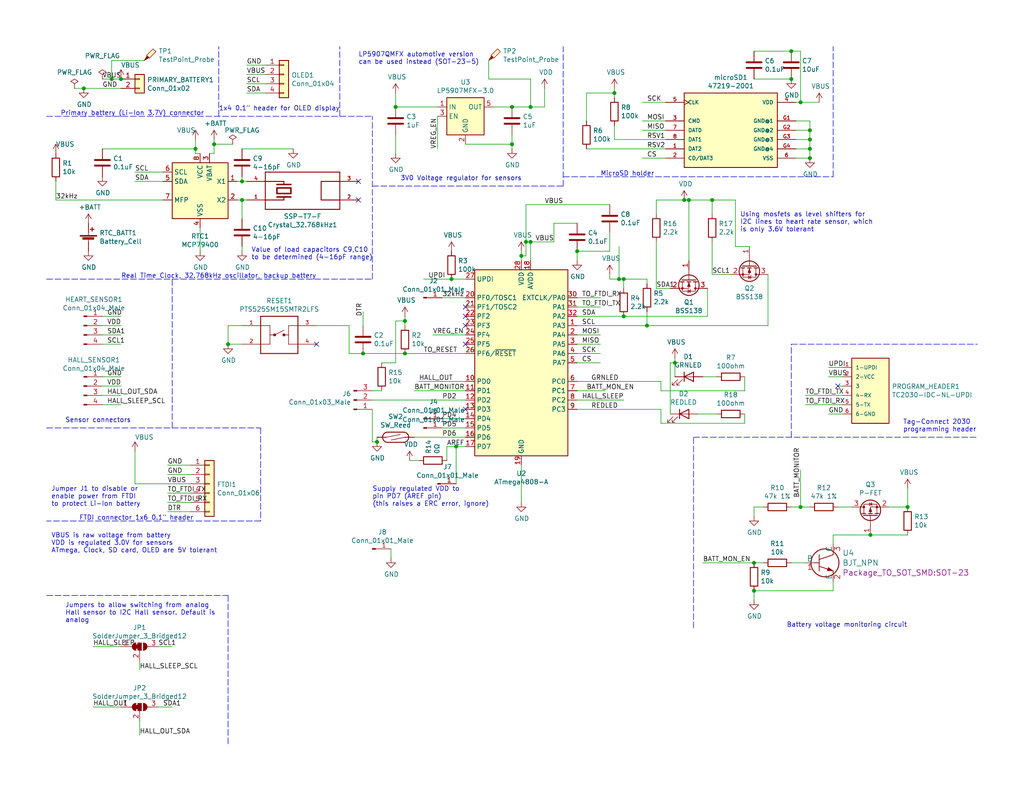
<source format=kicad_sch>
(kicad_sch (version 20211123) (generator eeschema)
  (paper "USLetter")
  (title_block (title "BivalveBit") (rev "E"))
  (junction (at 107.95 29.21))
  (junction (at 170.18 76.2))
  (junction (at 247.65 138.43))
  (junction (at 205.74 153.67))
  (junction (at 62.23 93.98))
  (junction (at 144.78 29.21))
  (junction (at 220.98 40.64))
  (junction (at 102.87 120.65))
  (junction (at 168.91 76.2))
  (junction (at 176.53 88.9))
  (junction (at 142.24 69.85))
  (junction (at 218.44 27.94))
  (junction (at 186.69 54.61))
  (junction (at 218.44 138.43))
  (junction (at 110.49 96.52))
  (junction (at 184.15 99.06))
  (junction (at 194.31 54.61))
  (junction (at 170.18 86.36))
  (junction (at 110.49 87.63))
  (junction (at 58.42 39.37))
  (junction (at 30.48 21.59))
  (junction (at 123.19 76.2))
  (junction (at 220.98 43.18))
  (junction (at 124.46 121.92))
  (junction (at 205.74 161.29))
  (junction (at 53.34 40.64))
  (junction (at 187.96 54.61))
  (junction (at 99.06 96.52))
  (junction (at 167.64 25.4))
  (junction (at 220.98 35.56))
  (junction (at 215.9 13.97))
  (junction (at 215.9 21.59))
  (junction (at 66.04 54.61))
  (junction (at 220.98 38.1))
  (junction (at 237.49 146.05))
  (junction (at 143.51 66.04))
  (junction (at 66.04 49.53))
  (junction (at 22.86 24.13))
  (junction (at 139.7 29.21))
  (junction (at 144.78 66.04))
  (junction (at 33.02 21.59))
  (junction (at 157.48 68.58))
  (junction (at 139.7 39.37))
  (no_connect (at 127 111.76))
  (no_connect (at 97.79 49.53))
  (no_connect (at 86.36 93.98))
  (no_connect (at 228.6 105.41))
  (no_connect (at 127 88.9))
  (no_connect (at 127 86.36))
  (no_connect (at 97.79 54.61))
  (no_connect (at 127 93.98))
  (no_connect (at 127 83.82))
  (wire (pts (xy 127 96.52) (xy 110.49 96.52)))
  (wire (pts (xy 127 91.44) (xy 118.11 91.44)))
  (wire (pts (xy 33.02 176.53) (xy 25.4 176.53)))
  (polyline (pts (xy 12.7 116.84) (xy 71.12 116.84)))
  (wire (pts (xy 142.24 68.58) (xy 142.24 69.85)))
  (polyline (pts (xy 101.6 50.8) (xy 153.67 50.8)))
  (wire (pts (xy 22.86 24.13) (xy 33.02 24.13)))
  (wire (pts (xy 184.15 102.87) (xy 184.15 99.06)))
  (wire (pts (xy 237.49 146.05) (xy 247.65 146.05)))
  (wire (pts (xy 151.13 66.04) (xy 144.78 66.04)))
  (wire (pts (xy 43.18 176.53) (xy 46.99 176.53)))
  (wire (pts (xy 227.33 146.05) (xy 227.33 148.59)))
  (wire (pts (xy 110.49 87.63) (xy 110.49 86.36)))
  (wire (pts (xy 167.64 25.4) (xy 167.64 24.13)))
  (wire (pts (xy 229.87 102.87) (xy 226.06 102.87)))
  (wire (pts (xy 127 76.2) (xy 123.19 76.2)))
  (wire (pts (xy 143.51 66.04) (xy 143.51 55.88)))
  (wire (pts (xy 127 114.3) (xy 120.65 114.3)))
  (wire (pts (xy 27.94 93.98) (xy 33.02 93.98)))
  (wire (pts (xy 187.96 54.61) (xy 186.69 54.61)))
  (wire (pts (xy 142.24 69.85) (xy 143.51 69.85)))
  (wire (pts (xy 27.94 105.41) (xy 33.02 105.41)))
  (wire (pts (xy 104.14 99.06) (xy 107.95 99.06)))
  (wire (pts (xy 168.91 67.31) (xy 168.91 76.2)))
  (polyline (pts (xy 12.7 31.75) (xy 101.6 31.75)))
  (wire (pts (xy 219.71 153.67) (xy 215.9 153.67)))
  (wire (pts (xy 134.62 29.21) (xy 139.7 29.21)))
  (wire (pts (xy 58.42 41.91) (xy 58.42 39.37)))
  (wire (pts (xy 139.7 39.37) (xy 139.7 40.64)))
  (wire (pts (xy 200.66 67.31) (xy 200.66 54.61)))
  (wire (pts (xy 160.02 33.02) (xy 160.02 25.4)))
  (wire (pts (xy 157.48 96.52) (xy 163.83 96.52)))
  (wire (pts (xy 133.35 21.59) (xy 144.78 21.59)))
  (wire (pts (xy 242.57 138.43) (xy 247.65 138.43)))
  (wire (pts (xy 199.39 74.93) (xy 194.31 74.93)))
  (wire (pts (xy 157.48 104.14) (xy 180.34 104.14)))
  (wire (pts (xy 200.66 54.61) (xy 194.31 54.61)))
  (wire (pts (xy 27.94 88.9) (xy 33.02 88.9)))
  (wire (pts (xy 121.92 121.92) (xy 121.92 125.73)))
  (wire (pts (xy 66.04 54.61) (xy 66.04 59.69)))
  (wire (pts (xy 36.83 132.08) (xy 52.07 132.08)))
  (wire (pts (xy 229.87 105.41) (xy 228.6 105.41)))
  (polyline (pts (xy 71.12 142.24) (xy 12.7 142.24)))
  (wire (pts (xy 157.48 88.9) (xy 176.53 88.9)))
  (wire (pts (xy 38.1 180.34) (xy 38.1 182.88)))
  (wire (pts (xy 208.28 138.43) (xy 205.74 138.43)))
  (wire (pts (xy 33.02 21.59) (xy 30.48 21.59)))
  (wire (pts (xy 95.25 96.52) (xy 95.25 88.9)))
  (wire (pts (xy 176.53 76.2) (xy 176.53 77.47)))
  (wire (pts (xy 64.77 49.53) (xy 66.04 49.53)))
  (wire (pts (xy 101.6 111.76) (xy 101.6 120.65)))
  (wire (pts (xy 62.23 88.9) (xy 62.23 93.98)))
  (wire (pts (xy 182.88 113.03) (xy 182.88 99.06)))
  (wire (pts (xy 219.71 110.49) (xy 229.87 110.49)))
  (wire (pts (xy 180.34 106.68) (xy 203.2 106.68)))
  (wire (pts (xy 99.06 88.9) (xy 99.06 85.09)))
  (wire (pts (xy 220.98 33.02) (xy 220.98 35.56)))
  (wire (pts (xy 107.95 87.63) (xy 110.49 87.63)))
  (wire (pts (xy 101.6 109.22) (xy 127 109.22)))
  (wire (pts (xy 179.07 78.74) (xy 179.07 66.04)))
  (wire (pts (xy 110.49 88.9) (xy 110.49 87.63)))
  (wire (pts (xy 53.34 41.91) (xy 53.34 40.64)))
  (wire (pts (xy 160.02 40.64) (xy 181.61 40.64)))
  (wire (pts (xy 72.39 20.32) (xy 67.31 20.32)))
  (wire (pts (xy 228.6 138.43) (xy 232.41 138.43)))
  (wire (pts (xy 20.32 24.13) (xy 22.86 24.13)))
  (polyline (pts (xy 12.7 162.56) (xy 62.23 162.56)))
  (wire (pts (xy 215.9 13.97) (xy 205.74 13.97)))
  (wire (pts (xy 113.03 106.68) (xy 127 106.68)))
  (wire (pts (xy 217.17 27.94) (xy 218.44 27.94)))
  (wire (pts (xy 181.61 35.56) (xy 175.26 35.56)))
  (wire (pts (xy 36.83 123.19) (xy 36.83 132.08)))
  (wire (pts (xy 27.94 86.36) (xy 33.02 86.36)))
  (polyline (pts (xy 12.7 76.2) (xy 101.6 76.2)))
  (wire (pts (xy 143.51 55.88) (xy 166.37 55.88)))
  (wire (pts (xy 170.18 76.2) (xy 176.53 76.2)))
  (wire (pts (xy 229.87 113.03) (xy 226.06 113.03)))
  (wire (pts (xy 218.44 138.43) (xy 218.44 128.27)))
  (wire (pts (xy 209.55 74.93) (xy 209.55 88.9)))
  (wire (pts (xy 247.65 133.35) (xy 247.65 138.43)))
  (wire (pts (xy 157.48 106.68) (xy 165.1 106.68)))
  (wire (pts (xy 194.31 54.61) (xy 187.96 54.61)))
  (polyline (pts (xy 227.33 48.26) (xy 227.33 12.7)))
  (wire (pts (xy 53.34 41.91) (xy 54.61 41.91)))
  (wire (pts (xy 124.46 121.92) (xy 121.92 121.92)))
  (wire (pts (xy 107.95 99.06) (xy 107.95 87.63)))
  (polyline (pts (xy 215.9 119.38) (xy 215.9 93.98)))
  (wire (pts (xy 43.18 193.04) (xy 46.99 193.04)))
  (wire (pts (xy 181.61 27.94) (xy 175.26 27.94)))
  (polyline (pts (xy 189.23 119.38) (xy 266.7 119.38)))
  (wire (pts (xy 148.59 29.21) (xy 148.59 24.13)))
  (wire (pts (xy 179.07 58.42) (xy 179.07 54.61)))
  (wire (pts (xy 220.98 35.56) (xy 220.98 38.1)))
  (wire (pts (xy 133.35 16.51) (xy 133.35 21.59)))
  (wire (pts (xy 53.34 40.64) (xy 27.94 40.64)))
  (wire (pts (xy 63.5 39.37) (xy 58.42 39.37)))
  (wire (pts (xy 170.18 86.36) (xy 193.04 86.36)))
  (wire (pts (xy 101.6 120.65) (xy 102.87 120.65)))
  (polyline (pts (xy 153.67 50.8) (xy 153.67 12.7)))
  (wire (pts (xy 218.44 13.97) (xy 215.9 13.97)))
  (wire (pts (xy 215.9 138.43) (xy 218.44 138.43)))
  (wire (pts (xy 168.91 76.2) (xy 170.18 76.2)))
  (wire (pts (xy 99.06 96.52) (xy 95.25 96.52)))
  (wire (pts (xy 66.04 49.53) (xy 66.04 48.26)))
  (wire (pts (xy 217.17 35.56) (xy 220.98 35.56)))
  (wire (pts (xy 194.31 74.93) (xy 194.31 66.04)))
  (polyline (pts (xy 189.23 171.45) (xy 189.23 119.38)))
  (wire (pts (xy 52.07 134.62) (xy 45.72 134.62)))
  (polyline (pts (xy 59.69 31.75) (xy 59.69 12.7)))
  (wire (pts (xy 227.33 161.29) (xy 227.33 158.75)))
  (polyline (pts (xy 71.12 116.84) (xy 71.12 142.24)))
  (wire (pts (xy 182.88 78.74) (xy 179.07 78.74)))
  (wire (pts (xy 36.83 49.53) (xy 44.45 49.53)))
  (wire (pts (xy 107.95 25.4) (xy 107.95 29.21)))
  (wire (pts (xy 39.37 16.51) (xy 30.48 16.51)))
  (wire (pts (xy 218.44 27.94) (xy 223.52 27.94)))
  (wire (pts (xy 157.48 68.58) (xy 157.48 71.12)))
  (wire (pts (xy 30.48 21.59) (xy 27.94 21.59)))
  (wire (pts (xy 107.95 36.83) (xy 107.95 41.91)))
  (wire (pts (xy 66.04 93.98) (xy 62.23 93.98)))
  (wire (pts (xy 127 81.28) (xy 120.65 81.28)))
  (wire (pts (xy 58.42 39.37) (xy 58.42 38.1)))
  (wire (pts (xy 157.48 93.98) (xy 163.83 93.98)))
  (wire (pts (xy 106.68 149.86) (xy 106.68 152.4)))
  (wire (pts (xy 53.34 40.64) (xy 53.34 38.1)))
  (wire (pts (xy 218.44 138.43) (xy 220.98 138.43)))
  (wire (pts (xy 205.74 21.59) (xy 215.9 21.59)))
  (wire (pts (xy 124.46 121.92) (xy 124.46 132.08)))
  (wire (pts (xy 195.58 102.87) (xy 191.77 102.87)))
  (wire (pts (xy 205.74 153.67) (xy 191.77 153.67)))
  (wire (pts (xy 119.38 31.75) (xy 119.38 40.64)))
  (wire (pts (xy 102.87 119.38) (xy 102.87 120.65)))
  (wire (pts (xy 205.74 161.29) (xy 227.33 161.29)))
  (wire (pts (xy 220.98 40.64) (xy 220.98 43.18)))
  (wire (pts (xy 144.78 71.12) (xy 144.78 66.04)))
  (wire (pts (xy 217.17 43.18) (xy 220.98 43.18)))
  (wire (pts (xy 182.88 99.06) (xy 184.15 99.06)))
  (wire (pts (xy 180.34 104.14) (xy 180.34 106.68)))
  (wire (pts (xy 123.19 76.2) (xy 115.57 76.2)))
  (wire (pts (xy 143.51 69.85) (xy 143.51 66.04)))
  (wire (pts (xy 27.94 102.87) (xy 33.02 102.87)))
  (wire (pts (xy 66.04 67.31) (xy 66.04 68.58)))
  (wire (pts (xy 217.17 40.64) (xy 220.98 40.64)))
  (wire (pts (xy 181.61 33.02) (xy 175.26 33.02)))
  (wire (pts (xy 180.34 115.57) (xy 203.2 115.57)))
  (wire (pts (xy 27.94 91.44) (xy 33.02 91.44)))
  (polyline (pts (xy 46.99 116.84) (xy 46.99 76.2)))
  (wire (pts (xy 144.78 66.04) (xy 143.51 66.04)))
  (wire (pts (xy 27.94 107.95) (xy 33.02 107.95)))
  (wire (pts (xy 127 121.92) (xy 124.46 121.92)))
  (wire (pts (xy 218.44 13.97) (xy 218.44 27.94)))
  (wire (pts (xy 52.07 139.7) (xy 45.72 139.7)))
  (wire (pts (xy 204.47 67.31) (xy 200.66 67.31)))
  (polyline (pts (xy 153.67 48.26) (xy 227.33 48.26)))
  (wire (pts (xy 144.78 29.21) (xy 148.59 29.21)))
  (wire (pts (xy 179.07 54.61) (xy 186.69 54.61)))
  (wire (pts (xy 170.18 78.74) (xy 170.18 76.2)))
  (wire (pts (xy 111.76 125.73) (xy 114.3 125.73)))
  (wire (pts (xy 52.07 129.54) (xy 45.72 129.54)))
  (wire (pts (xy 219.71 107.95) (xy 229.87 107.95)))
  (wire (pts (xy 180.34 111.76) (xy 180.34 115.57)))
  (wire (pts (xy 54.61 62.23) (xy 54.61 68.58)))
  (wire (pts (xy 72.39 17.78) (xy 67.31 17.78)))
  (wire (pts (xy 72.39 22.86) (xy 67.31 22.86)))
  (wire (pts (xy 157.48 111.76) (xy 180.34 111.76)))
  (wire (pts (xy 194.31 58.42) (xy 194.31 54.61)))
  (wire (pts (xy 30.48 16.51) (xy 30.48 21.59)))
  (wire (pts (xy 157.48 91.44) (xy 163.83 91.44)))
  (wire (pts (xy 167.64 38.1) (xy 181.61 38.1)))
  (wire (pts (xy 110.49 96.52) (xy 99.06 96.52)))
  (wire (pts (xy 229.87 100.33) (xy 226.06 100.33)))
  (wire (pts (xy 157.48 99.06) (xy 163.83 99.06)))
  (wire (pts (xy 167.64 34.29) (xy 167.64 38.1)))
  (wire (pts (xy 142.24 127) (xy 142.24 137.16)))
  (wire (pts (xy 157.48 109.22) (xy 170.18 109.22)))
  (wire (pts (xy 139.7 29.21) (xy 144.78 29.21)))
  (wire (pts (xy 217.17 33.02) (xy 220.98 33.02)))
  (wire (pts (xy 15.24 54.61) (xy 44.45 54.61)))
  (wire (pts (xy 144.78 21.59) (xy 144.78 29.21)))
  (wire (pts (xy 220.98 38.1) (xy 220.98 40.64)))
  (wire (pts (xy 66.04 88.9) (xy 62.23 88.9)))
  (wire (pts (xy 168.91 76.2) (xy 166.37 76.2)))
  (wire (pts (xy 195.58 113.03) (xy 190.5 113.03)))
  (wire (pts (xy 36.83 46.99) (xy 44.45 46.99)))
  (wire (pts (xy 157.48 81.28) (xy 163.83 81.28)))
  (wire (pts (xy 52.07 127) (xy 45.72 127)))
  (wire (pts (xy 157.48 86.36) (xy 170.18 86.36)))
  (wire (pts (xy 187.96 71.12) (xy 187.96 54.61)))
  (wire (pts (xy 205.74 161.29) (xy 205.74 163.83)))
  (wire (pts (xy 119.38 29.21) (xy 107.95 29.21)))
  (wire (pts (xy 66.04 40.64) (xy 80.01 40.64)))
  (wire (pts (xy 166.37 76.2) (xy 166.37 74.93)))
  (wire (pts (xy 181.61 43.18) (xy 175.26 43.18)))
  (polyline (pts (xy 101.6 76.2) (xy 101.6 31.75)))
  (wire (pts (xy 176.53 88.9) (xy 209.55 88.9)))
  (wire (pts (xy 52.07 137.16) (xy 45.72 137.16)))
  (wire (pts (xy 27.94 110.49) (xy 33.02 110.49)))
  (wire (pts (xy 101.6 106.68) (xy 104.14 106.68)))
  (wire (pts (xy 38.1 196.85) (xy 38.1 200.66)))
  (wire (pts (xy 72.39 25.4) (xy 67.31 25.4)))
  (wire (pts (xy 157.48 83.82) (xy 163.83 83.82)))
  (polyline (pts (xy 215.9 93.98) (xy 266.7 93.98)))
  (wire (pts (xy 208.28 153.67) (xy 205.74 153.67)))
  (polyline (pts (xy 62.23 162.56) (xy 62.23 203.2)))
  (wire (pts (xy 151.13 60.96) (xy 157.48 60.96)))
  (wire (pts (xy 160.02 25.4) (xy 167.64 25.4)))
  (wire (pts (xy 33.02 193.04) (xy 25.4 193.04)))
  (wire (pts (xy 167.64 26.67) (xy 167.64 25.4)))
  (wire (pts (xy 142.24 69.85) (xy 142.24 71.12)))
  (wire (pts (xy 205.74 138.43) (xy 205.74 140.97)))
  (wire (pts (xy 217.17 38.1) (xy 220.98 38.1)))
  (wire (pts (xy 193.04 86.36) (xy 193.04 78.74)))
  (wire (pts (xy 203.2 115.57) (xy 203.2 113.03)))
  (wire (pts (xy 139.7 36.83) (xy 139.7 39.37)))
  (wire (pts (xy 95.25 88.9) (xy 86.36 88.9)))
  (wire (pts (xy 58.42 41.91) (xy 57.15 41.91)))
  (wire (pts (xy 66.04 49.53) (xy 67.31 49.53)))
  (wire (pts (xy 127 116.84) (xy 120.65 116.84)))
  (wire (pts (xy 166.37 63.5) (xy 166.37 68.58)))
  (wire (pts (xy 114.3 104.14) (xy 127 104.14)))
  (wire (pts (xy 184.15 99.06) (xy 184.15 97.79)))
  (wire (pts (xy 15.24 49.53) (xy 15.24 54.61)))
  (wire (pts (xy 203.2 106.68) (xy 203.2 102.87)))
  (wire (pts (xy 151.13 66.04) (xy 151.13 60.96)))
  (wire (pts (xy 166.37 68.58) (xy 157.48 68.58)))
  (wire (pts (xy 237.49 146.05) (xy 227.33 146.05)))
  (wire (pts (xy 176.53 85.09) (xy 176.53 88.9)))
  (wire (pts (xy 127 39.37) (xy 139.7 39.37)))
  (wire (pts (xy 64.77 54.61) (xy 66.04 54.61)))
  (wire (pts (xy 113.03 119.38) (xy 127 119.38)))
  (polyline (pts (xy 92.71 31.75) (xy 92.71 12.7)))
  (wire (pts (xy 66.04 54.61) (xy 67.31 54.61)))
  (text "Primary battery (Li-Ion 3.7V) connector" (at 16.51 31.75 0) (effects (font (size 1.27 1.27)) (justify left bottom)))
  (text "Battery voltage monitoring circuit" (at 214.63 171.45 0) (effects (font (size 1.27 1.27)) (justify left bottom)))
  (text "Using mosfets as level shifters for\nI2C lines to heart rate sensor, which \nis only 3.6V tolerant" (at 201.93 63.5 0) (effects (font (size 1.27 1.27)) (justify left bottom)))
  (text "Jumpers to allow switching from analog \nHall sensor to I2C Hall sensor. Default is\nanalog" (at 17.78 170.18 0) (effects (font (size 1.27 1.27)) (justify left bottom)))
  (text "FTDI connector 1x6 0.1\" header" (at 21.59 142.24 0) (effects (font (size 1.27 1.27)) (justify left bottom)))
  (text "Sensor connectors" (at 17.78 115.57 0) (effects (font (size 1.27 1.27)) (justify left bottom)))
  (text "1x4 0.1\" header for OLED display\n" (at 59.69 30.48 0) (effects (font (size 1.27 1.27)) (justify left bottom)))
  (text "Real Time Clock, 32.768kHz oscillator, backup battery" (at 33.02 76.2 0) (effects (font (size 1.27 1.27)) (justify left bottom)))
  (text "Supply regulated VDD to \npin PD7 (AREF pin)\n(this raises a ERC error, ignore)" (at 101.6 138.43 0) (effects (font (size 1.27 1.27)) (justify left bottom)))
  (text "Value of load capacitors C9,C10 \nto be determined (4-16pF range)" (at 68.58 71.12 0) (effects (font (size 1.27 1.27)) (justify left bottom)))
  (text "LP5907QMFX automotive version \ncan be used instead (SOT-23-5)" (at 97.79 17.78 0) (effects (font (size 1.27 1.27)) (justify left bottom)))
  (text "Jumper J1 to disable or\nenable power from FTDI\nto protect Li-Ion battery" (at 13.97 138.43 0) (effects (font (size 1.27 1.27)) (justify left bottom)))
  (text "3V0 Voltage regulator for sensors" (at 109.22 49.53 0) (effects (font (size 1.27 1.27)) (justify left bottom)))
  (text "VBUS is raw voltage from battery\nVDD is regulated 3.0V for sensors\nATmega, Clock, SD card, OLED are 5V tolerant" (at 13.97 151.13 0) (effects (font (size 1.27 1.27)) (justify left bottom)))
  (text "MicroSD holder" (at 163.83 48.26 0) (effects (font (size 1.27 1.27)) (justify left bottom)))
  (text "Tag-Connect 2030 \nprogramming header" (at 246.38 118.11 0) (effects (font (size 1.27 1.27)) (justify left bottom)))
  (label "MISO" (at 158.75 93.98 0))
  (label "SDA1" (at 29.21 91.44 0))
  (label "MOSI" (at 176.53 33.02 0))
  (label "PD4" (at 120.65 114.3 0))
  (label "UPDI" (at 116.84 76.2 0))
  (label "TO_FTDI_RX" (at 219.71 110.49 0))
  (label "SDA1" (at 179.07 78.74 0))
  (label "VBUS" (at 45.72 132.08 0))
  (label "VBUS" (at 148.59 55.88 0))
  (label "VDD" (at 29.21 105.41 0))
  (label "GND" (at 67.31 17.78 0))
  (label "PD2" (at 120.65 109.22 0))
  (label "BATT_MONITOR" (at 218.44 135.89 90))
  (label "GND" (at 27.94 24.13 0))
  (label "REDLED" (at 161.29 111.76 0))
  (label "HALL_SLEEP" (at 25.4 176.53 0))
  (label "GRNLED" (at 161.29 104.14 0))
  (label "SDA1" (at 44.45 193.04 0))
  (label "HALL_OUT" (at 114.3 104.14 0))
  (label "SCK" (at 176.53 27.94 0))
  (label "GND" (at 226.06 113.03 0))
  (label "UPDI" (at 226.06 100.33 0))
  (label "TO_FTDI_RX" (at 158.75 81.28 0))
  (label "VREG_EN" (at 119.38 40.64 90))
  (label "TO_FTDI_TX" (at 158.75 83.82 0))
  (label "VREG_EN" (at 118.11 91.44 0))
  (label "TO_FTDI_TX" (at 219.71 107.95 0))
  (label "VBUS" (at 146.05 66.04 0))
  (label "32kHz" (at 15.24 54.61 0))
  (label "RSV1" (at 176.53 38.1 0))
  (label "GND" (at 29.21 102.87 0))
  (label "DTR" (at 99.06 86.36 90))
  (label "BATT_MONITOR" (at 113.03 106.68 0))
  (label "VBUS" (at 27.94 21.59 0))
  (label "HALL_SLEEP" (at 158.75 109.22 0))
  (label "SCL1" (at 43.18 176.53 0))
  (label "TO_RESET" (at 115.57 96.52 0))
  (label "DTR" (at 45.72 139.7 0))
  (label "SCL" (at 36.83 46.99 0))
  (label "32kHz" (at 120.65 81.28 0))
  (label "MOSI" (at 158.75 91.44 0))
  (label "GND" (at 45.72 127 0))
  (label "SCK" (at 158.75 96.52 0))
  (label "HALL_OUT_SDA" (at 38.1 200.66 0))
  (label "SCL1" (at 29.21 93.98 0))
  (label "GND" (at 29.21 86.36 0))
  (label "TO_FTDI_RX" (at 45.72 137.16 0))
  (label "BATT_MON_EN" (at 191.77 153.67 0))
  (label "VBUS" (at 67.31 20.32 0))
  (label "CS" (at 158.75 99.06 0))
  (label "SCL" (at 158.75 88.9 0))
  (label "BATT_MON_EN" (at 160.02 106.68 0))
  (label "HALL_SLEEP_SCL" (at 38.1 182.88 0))
  (label "TO_FTDI_TX" (at 45.72 134.62 0))
  (label "MISO" (at 176.53 35.56 0))
  (label "HALL_OUT" (at 25.4 193.04 0))
  (label "VBUS" (at 226.06 102.87 0))
  (label "SDA" (at 158.75 86.36 0))
  (label "SCL1" (at 194.31 74.93 0))
  (label "VDD" (at 29.21 88.9 0))
  (label "HALL_SLEEP_SCL" (at 29.21 110.49 0))
  (label "SDA" (at 36.83 49.53 0))
  (label "SDA" (at 67.31 25.4 0))
  (label "RSV2" (at 176.53 40.64 0))
  (label "AREF" (at 121.92 121.92 0))
  (label "CS" (at 176.53 43.18 0))
  (label "SCL" (at 67.31 22.86 0))
  (label "HALL_OUT_SDA" (at 29.21 107.95 0))
  (label "PD6" (at 120.65 119.38 0))
  (label "GND" (at 45.72 129.54 0))
  (label "PD5" (at 120.65 116.84 0))
  (symbol (lib_id "MCU_Microchip_ATmega:ATmega4808-A") (at 142.24 99.06 0) (unit 1)
    (property "Reference" "U2" (at 142.24 129.2606 0))
    (property "Value" "ATmega4808-A" (at 142.24 131.572 0))
    (property "Footprint" "Package_QFP:TQFP-32_7x7mm_P0.8mm" (effects hide))
    (property "Datasheet" "http://ww1.microchip.com/downloads/en/DeviceDoc/40002017A.pdf" (effects hide))
  )
  (symbol (lib_id "Device:R") (at 110.49 92.71 0) (unit 1)
    (property "Reference" "R2" (at 112.268 91.5416 0) (effects (justify left)))
    (property "Value" "10k" (at 112.268 93.853 0) (effects (justify left)))
    (property "Footprint" "Resistor_SMD:R_0603_1608Metric" (effects hide))
  )
  (symbol (lib_id "Device:C") (at 99.06 92.71 0) (unit 1)
    (property "Reference" "C2" (at 101.981 91.5416 0) (effects (justify left)))
    (property "Value" "0.1uF" (at 101.981 93.853 0) (effects (justify left)))
    (property "Footprint" "Capacitor_SMD:C_0603_1608Metric" (effects hide))
  )
  (symbol (lib_id "power:GND") (at 142.24 137.16 0) (unit 1)
    (property "Reference" "#PWR012" (effects hide))
    (property "Value" "GND" (at 142.367 141.5542 0))
  )
  (symbol (lib_id "power:GND") (at 62.23 93.98 0) (unit 1)
    (property "Reference" "#PWR05" (effects hide))
    (property "Value" "GND" (at 62.357 98.3742 0))
  )
  (symbol (lib_id "power:GND") (at 54.61 68.58 0) (unit 1)
    (property "Reference" "#PWR03" (effects hide))
    (property "Value" "GND" (at 54.737 72.9742 0))
  )
  (symbol (lib_id "power:VBUS") (at 53.34 38.1 0) (unit 1)
    (property "Reference" "#PWR02" (effects hide))
    (property "Value" "VBUS" (at 50.8 35.56 0))
  )
  (symbol (lib_id "power:VBUS") (at 142.24 68.58 0) (unit 1)
    (property "Reference" "#PWR011" (effects hide))
    (property "Value" "VBUS" (at 142.621 64.1858 0))
  )
  (symbol (lib_id "power:VBUS") (at 110.49 86.36 0) (unit 1)
    (property "Reference" "#PWR07" (effects hide))
    (property "Value" "VBUS" (at 110.871 81.9658 0))
  )
  (symbol (lib_id "power:+BATT") (at 58.42 38.1 0) (unit 1)
    (property "Reference" "#PWR04" (effects hide))
    (property "Value" "+BATT" (at 58.801 33.7058 0))
  )
  (symbol (lib_id "Device:C") (at 27.94 44.45 0) (unit 1)
    (property "Reference" "C1" (at 30.861 43.2816 0) (effects (justify left)))
    (property "Value" "0.1uF" (at 30.861 45.593 0) (effects (justify left)))
    (property "Footprint" "Capacitor_SMD:C_0603_1608Metric" (effects hide))
  )
  (symbol (lib_id "power:GND") (at 27.94 48.26 0) (unit 1)
    (property "Reference" "#PWR01" (effects hide))
    (property "Value" "GND" (at 28.067 52.6542 0))
  )
  (symbol (lib_id "power:PWR_FLAG") (at 27.94 21.59 0) (unit 1)
    (property "Reference" "#FLG02" (effects hide))
    (property "Value" "PWR_FLAG" (at 27.94 15.24 0))
  )
  (symbol (lib_id "power:PWR_FLAG") (at 20.32 24.13 0) (unit 1)
    (property "Reference" "#FLG01" (effects hide))
    (property "Value" "PWR_FLAG" (at 20.32 19.7358 0))
  )
  (symbol (lib_id "power:PWR_FLAG") (at 63.5 39.37 0) (unit 1)
    (property "Reference" "#FLG03" (effects hide))
    (property "Value" "PWR_FLAG" (at 66.04 35.56 0))
  )
  (symbol (lib_id "Device:R") (at 15.24 45.72 0) (unit 1)
    (property "Reference" "R1" (at 17.018 44.5516 0) (effects (justify left)))
    (property "Value" "10k" (at 17.018 46.863 0) (effects (justify left)))
    (property "Footprint" "Resistor_SMD:R_0603_1608Metric" (effects hide))
  )
  (symbol (lib_id "Device:R") (at 176.53 81.28 0) (unit 1)
    (property "Reference" "R5" (at 178.308 80.1116 0) (effects (justify left)))
    (property "Value" "2.2k" (at 178.308 82.423 0) (effects (justify left)))
    (property "Footprint" "Resistor_SMD:R_0603_1608Metric" (effects hide))
  )
  (symbol (lib_id "Device:R") (at 170.18 82.55 0) (unit 1)
    (property "Reference" "R4" (at 171.958 81.3816 0) (effects (justify left)))
    (property "Value" "2.2k" (at 171.958 83.693 0) (effects (justify left)))
    (property "Footprint" "Resistor_SMD:R_0603_1608Metric" (effects hide))
  )
  (symbol (lib_id "power:VBUS") (at 166.37 74.93 0) (unit 1)
    (property "Reference" "#PWR016" (effects hide))
    (property "Value" "VBUS" (at 166.751 70.5358 0))
  )
  (symbol (lib_id "Transistor_FET:BSS138") (at 187.96 76.2 270) (unit 1)
    (property "Reference" "Q1" (at 187.96 82.5246 90))
    (property "Value" "BSS138" (at 187.96 84.836 90))
    (property "Footprint" "Package_TO_SOT_SMD:SOT-23" (effects hide))
    (property "Datasheet" "https://www.onsemi.com/pub/Collateral/BSS138-D.PDF" (effects hide))
    (property "Notes" "Alternate: DMG2302U-7DICT-ND" (effects hide))
  )
  (symbol (lib_id "Transistor_FET:BSS138") (at 204.47 72.39 270) (unit 1)
    (property "Reference" "Q2" (at 204.47 78.7146 90))
    (property "Value" "BSS138" (at 204.47 81.026 90))
    (property "Footprint" "Package_TO_SOT_SMD:SOT-23" (effects hide))
    (property "Datasheet" "https://www.onsemi.com/pub/Collateral/BSS138-D.PDF" (effects hide))
    (property "Notes" "Alternate: DMG2302U-7DICT-ND" (effects hide))
  )
  (symbol (lib_id "Regulator_Linear:LP5907MFX-3.0") (at 127 31.75 0) (unit 1)
    (property "Reference" "U3" (at 127 22.4282 0))
    (property "Value" "LP5907MFX-3.0" (at 127 24.7396 0))
    (property "Footprint" "Package_TO_SOT_SMD:SOT-23-5" (effects hide))
    (property "Datasheet" "http://www.ti.com/lit/ds/symlink/lp5907.pdf" (effects hide))
  )
  (symbol (lib_id "power:VDD") (at 148.59 24.13 0) (unit 1)
    (property "Reference" "#PWR015" (effects hide))
    (property "Value" "VDD" (at 148.971 19.7358 0))
  )
  (symbol (lib_id "Device:C") (at 139.7 33.02 0) (unit 1)
    (property "Reference" "C5" (at 142.621 31.8516 0) (effects (justify left)))
    (property "Value" "1uF" (at 142.621 34.163 0) (effects (justify left)))
    (property "Footprint" "Capacitor_SMD:C_0603_1608Metric" (effects hide))
  )
  (symbol (lib_id "Device:C") (at 107.95 33.02 0) (unit 1)
    (property "Reference" "C3" (at 110.871 31.8516 0) (effects (justify left)))
    (property "Value" "1uF" (at 110.871 34.163 0) (effects (justify left)))
    (property "Footprint" "Capacitor_SMD:C_0603_1608Metric" (effects hide))
  )
  (symbol (lib_id "power:VBUS") (at 107.95 25.4 0) (unit 1)
    (property "Reference" "#PWR09" (effects hide))
    (property "Value" "VBUS" (at 108.331 21.0058 0))
  )
  (symbol (lib_id "power:GND") (at 107.95 41.91 0) (unit 1)
    (property "Reference" "#PWR010" (effects hide))
    (property "Value" "GND" (at 108.077 46.3042 0))
  )
  (symbol (lib_id "power:GND") (at 139.7 40.64 0) (unit 1)
    (property "Reference" "#PWR014" (effects hide))
    (property "Value" "GND" (at 139.827 45.0342 0))
  )
  (symbol (lib_id "Switch:SW_Reed") (at 107.95 119.38 0) (unit 1)
    (property "Reference" "SW2" (at 107.95 113.7412 0))
    (property "Value" "SW_Reed" (at 107.95 116.0526 0))
    (property "Footprint" "Button_Switch_SMD:SW_SPST_REED_CT10-XXXX-G1" (effects hide))
  )
  (symbol (lib_id "power:GND") (at 102.87 120.65 0) (unit 1)
    (property "Reference" "#PWR06" (effects hide))
    (property "Value" "GND" (at 102.997 125.0442 0))
  )
  (symbol (lib_id "Device:C") (at 157.48 64.77 0) (unit 1)
    (property "Reference" "C4" (at 160.401 63.6016 0) (effects (justify left)))
    (property "Value" "0.1uF" (at 160.401 65.913 0) (effects (justify left)))
    (property "Footprint" "Capacitor_SMD:C_0603_1608Metric" (effects hide))
  )
  (symbol (lib_id "power:GND") (at 157.48 71.12 0) (unit 1)
    (property "Reference" "#PWR013" (effects hide))
    (property "Value" "GND" (at 157.607 75.5142 0))
  )
  (symbol (lib_id "Device:LED") (at 187.96 102.87 0) (unit 1)
    (property "Reference" "D1" (at 187.7822 97.3582 0))
    (property "Value" "GRNLED" (at 187.7822 99.6696 0))
    (property "Footprint" "LED_SMD:LED_0805_2012Metric" (effects hide))
  )
  (symbol (lib_id "Device:R") (at 199.39 102.87 270) (unit 1)
    (property "Reference" "R7" (at 199.39 97.6122 90))
    (property "Value" "100ohm" (at 199.39 99.9236 90))
    (property "Footprint" "Resistor_SMD:R_0603_1608Metric" (effects hide))
  )
  (symbol (lib_id "power:VBUS") (at 184.15 97.79 0) (unit 1)
    (property "Reference" "#PWR017" (effects hide))
    (property "Value" "VBUS" (at 184.531 93.3958 0))
  )
  (symbol (lib_id "Device:R") (at 123.19 72.39 0) (unit 1)
    (property "Reference" "R3" (at 124.968 71.2216 0) (effects (justify left)))
    (property "Value" "100k" (at 124.968 73.533 0) (effects (justify left)))
    (property "Footprint" "Resistor_SMD:R_0603_1608Metric" (effects hide))
  )
  (symbol (lib_id "power:VBUS") (at 123.19 68.58 0) (unit 1)
    (property "Reference" "#PWR08" (effects hide))
    (property "Value" "VBUS" (at 123.571 64.1858 0))
  )
  (symbol (lib_id "Device:R") (at 167.64 30.48 0) (unit 1)
    (property "Reference" "R8" (at 169.418 29.3116 0) (effects (justify left)))
    (property "Value" "100k" (at 169.418 31.623 0) (effects (justify left)))
    (property "Footprint" "Resistor_SMD:R_0603_1608Metric" (effects hide))
  )
  (symbol (lib_id "Device:R") (at 160.02 36.83 0) (unit 1)
    (property "Reference" "R6" (at 161.798 35.6616 0) (effects (justify left)))
    (property "Value" "100k" (at 161.798 37.973 0) (effects (justify left)))
    (property "Footprint" "Resistor_SMD:R_0603_1608Metric" (effects hide))
  )
  (symbol (lib_id "power:VBUS") (at 167.64 24.13 0) (unit 1)
    (property "Reference" "#PWR019" (effects hide))
    (property "Value" "VBUS" (at 168.021 19.7358 0))
  )
  (symbol (lib_id "BivalveBit-rescue:TC2030-IDC-NL-UPDI-TC2030-IDC-NL-BivalveBit-rescue") (at 237.49 107.95 0) (unit 1)
    (property "Reference" "PROGRAM_HEADER1" (at 243.332 105.5116 0) (effects (justify left)))
    (property "Value" "TC2030-IDC-NL-UPDI" (at 243.332 107.823 0) (effects (justify left)))
    (property "Footprint" "Connector:Tag-Connect_TC2030-IDC-NL_2x03_P1.27mm_Vertical" (effects hide))
    (property "STANDARD" "Manufacturer recommendation" (effects hide))
    (property "MANUFACTURER" "Tag-Connect" (effects hide))
    (property "PARTREV" "MS" (effects hide))
  )
  (symbol (lib_id "Connector_Generic:Conn_01x06") (at 57.15 132.08 0) (unit 1)
    (property "Reference" "FTDI1" (at 59.182 132.2832 0) (effects (justify left)))
    (property "Value" "Conn_01x06" (at 59.182 134.5946 0) (effects (justify left)))
    (property "Footprint" "Connector_PinSocket_2.54mm:PinSocket_1x06_P2.54mm_Horizontal" (effects hide))
  )
  (symbol (lib_id "Device:C") (at 205.74 17.78 0) (unit 1)
    (property "Reference" "C6" (at 208.661 16.6116 0) (effects (justify left)))
    (property "Value" "0.1uF" (at 208.661 18.923 0) (effects (justify left)))
    (property "Footprint" "Capacitor_SMD:C_0603_1608Metric" (effects hide))
  )
  (symbol (lib_id "Device:R") (at 118.11 125.73 90) (unit 1)
    (property "Reference" "R14" (at 116.9416 123.952 0) (effects (justify left)))
    (property "Value" "0Ω" (at 119.253 123.952 0) (effects (justify left)))
    (property "Footprint" "Resistor_SMD:R_0603_1608Metric" (effects hide))
  )
  (symbol (lib_id "Device:C") (at 215.9 17.78 0) (unit 1)
    (property "Reference" "C7" (at 218.821 16.6116 0) (effects (justify left)))
    (property "Value" "10uF" (at 218.821 18.923 0) (effects (justify left)))
    (property "Footprint" "Capacitor_SMD:C_0603_1608Metric" (effects hide))
  )
  (symbol (lib_id "Connector:Conn_01x04_Male") (at 22.86 88.9 0) (unit 1)
    (property "Reference" "HEART_SENSOR1" (at 25.6032 81.7626 0))
    (property "Value" "Conn_01x04_Male" (at 25.6032 84.074 0))
    (property "Footprint" "Connector_JST:JST_PH_B4B-PH-K_1x04_P2.00mm_Vertical" (effects hide))
  )
  (symbol (lib_id "Connector:Conn_01x04_Male") (at 22.86 105.41 0) (unit 1)
    (property "Reference" "HALL_SENSOR1" (at 25.6032 98.2726 0))
    (property "Value" "Conn_01x04_Male" (at 25.6032 100.584 0))
    (property "Footprint" "Connector_JST:JST_PH_B4B-PH-K_1x04_P2.00mm_Vertical" (effects hide))
  )
  (symbol (lib_id "Device:R") (at 224.79 138.43 90) (unit 1)
    (property "Reference" "R12" (at 224.79 133.1722 90))
    (property "Value" "47k 1%" (at 224.79 135.4836 90))
    (property "Footprint" "Resistor_SMD:R_0603_1608Metric" (effects hide))
  )
  (symbol (lib_id "Device:R") (at 212.09 138.43 90) (unit 1)
    (property "Reference" "R10" (at 212.09 133.1722 90))
    (property "Value" "47k 1%" (at 212.09 135.4836 90))
    (property "Footprint" "Resistor_SMD:R_0603_1608Metric" (effects hide))
  )
  (symbol (lib_id "Device:R") (at 194.31 62.23 0) (unit 1)
    (property "Reference" "R17" (at 196.088 61.0616 0) (effects (justify left)))
    (property "Value" "2.2k" (at 196.088 63.373 0) (effects (justify left)))
    (property "Footprint" "Resistor_SMD:R_0603_1608Metric" (effects hide))
  )
  (symbol (lib_id "Transistor_FET:IRLML5203") (at 237.49 140.97 90) (unit 1)
    (property "Reference" "Q3" (at 237.49 132.2832 90))
    (property "Value" "P-FET" (at 237.49 134.5946 90))
    (property "Footprint" "Package_TO_SOT_SMD:SOT-23" (effects hide))
    (property "Datasheet" "https://www.infineon.com/dgdl/irlml5203pbf.pdf?fileId=5546d462533600a40153566868da261d" (effects hide))
    (property "Notes" "Substitute BSH203,215, IRLML5203, SSM3J328R,LF" (effects hide))
  )
  (symbol (lib_id "Connector:Conn_01x01_Male") (at 119.38 132.08 0) (unit 1)
    (property "Reference" "J7" (at 122.1232 127.4826 0))
    (property "Value" "Conn_01x01_Male" (at 122.1232 129.794 0))
    (property "Footprint" "Connector_Pin:Pin_D1.0mm_L10.0mm" (effects hide))
  )
  (symbol (lib_id "BivalveBit-rescue:FMMT619TA-FMMT619TA") (at 227.33 148.59 0) (unit 1)
    (property "Reference" "U4" (at 229.8192 150.9776 0) (effects (font (size 1.524 1.524)) (justify left)))
    (property "Value" "BJT_NPN" (at 229.8192 153.67 0) (effects (font (size 1.524 1.524)) (justify left)))
    (property "Footprint" "Package_TO_SOT_SMD:SOT-23" (at 229.8192 156.3624 0) (effects (font (size 1.524 1.524)) (justify left)))
    (property "Datasheet" "https://www.diodes.com/assets/Datasheets/FMMT619.pdf" (effects hide))
    (property "Notes" "Substitute: FMTT619A, MMBT2484LT3G" (effects hide))
  )
  (symbol (lib_id "Device:R") (at 212.09 153.67 270) (unit 1)
    (property "Reference" "R11" (at 212.09 148.4122 90))
    (property "Value" "10k" (at 212.09 150.7236 90))
    (property "Footprint" "Resistor_SMD:R_0603_1608Metric" (effects hide))
  )
  (symbol (lib_id "Device:R") (at 205.74 157.48 180) (unit 1)
    (property "Reference" "R9" (at 207.518 156.3116 0) (effects (justify right)))
    (property "Value" "10k" (at 207.518 158.623 0) (effects (justify right)))
    (property "Footprint" "Resistor_SMD:R_0603_1608Metric" (effects hide))
  )
  (symbol (lib_id "Device:R") (at 247.65 142.24 180) (unit 1)
    (property "Reference" "R13" (at 249.428 141.0716 0) (effects (justify right)))
    (property "Value" "10k" (at 249.428 143.383 0) (effects (justify right)))
    (property "Footprint" "Resistor_SMD:R_0603_1608Metric" (effects hide))
  )
  (symbol (lib_id "Device:Battery_Cell") (at 24.13 66.04 0) (unit 1)
    (property "Reference" "RTC_BATT1" (at 27.1272 63.6016 0) (effects (justify left)))
    (property "Value" "Battery_Cell" (at 27.1272 65.913 0) (effects (justify left)))
    (property "Footprint" "Battery:BatteryHolder_Keystone_3000_1x12mm" (effects hide))
  )
  (symbol (lib_id "Connector:Conn_01x03_Male") (at 96.52 109.22 0) (mirror x) (unit 1)
    (property "Reference" "J6" (at 95.8088 107.4928 0) (effects (justify right)))
    (property "Value" "Conn_01x03_Male" (at 95.8088 109.8042 0) (effects (justify right)))
    (property "Footprint" "Connector_PinHeader_2.54mm:PinHeader_1x03_P2.54mm_Vertical" (effects hide))
  )
  (symbol (lib_id "power:+BATT") (at 24.13 60.96 0) (unit 1)
    (property "Reference" "#PWR018" (effects hide))
    (property "Value" "+BATT" (at 24.511 56.5658 0))
  )
  (symbol (lib_id "power:GND") (at 24.13 68.58 0) (unit 1)
    (property "Reference" "#PWR022" (effects hide))
    (property "Value" "GND" (at 24.257 72.9742 0))
  )
  (symbol (lib_id "Device:R") (at 104.14 102.87 0) (unit 1)
    (property "Reference" "R15" (at 105.918 101.7016 0) (effects (justify left)))
    (property "Value" "10k" (at 105.918 104.013 0) (effects (justify left)))
    (property "Footprint" "Resistor_SMD:R_0603_1608Metric" (effects hide))
  )
  (symbol (lib_id "Device:R") (at 179.07 62.23 0) (unit 1)
    (property "Reference" "R16" (at 180.848 61.0616 0) (effects (justify left)))
    (property "Value" "2.2k" (at 180.848 63.373 0) (effects (justify left)))
    (property "Footprint" "Resistor_SMD:R_0603_1608Metric" (effects hide))
  )
  (symbol (lib_id "Connector_Generic:Conn_01x02") (at 38.1 21.59 0) (unit 1)
    (property "Reference" "PRIMARY_BATTERY1" (at 40.132 21.7932 0) (effects (justify left)))
    (property "Value" "Conn_01x02" (at 40.132 24.1046 0) (effects (justify left)))
    (property "Footprint" "Connector_JST:JST_PH_B2B-PH-K_1x02_P2.00mm_Vertical" (effects hide))
  )
  (symbol (lib_id "Device:C") (at 166.37 59.69 0) (unit 1)
    (property "Reference" "C8" (at 169.291 58.5216 0) (effects (justify left)))
    (property "Value" "0.1uF" (at 169.291 60.833 0) (effects (justify left)))
    (property "Footprint" "Capacitor_SMD:C_0603_1608Metric" (effects hide))
  )
  (symbol (lib_id "power:VDD") (at 186.69 54.61 0) (unit 1)
    (property "Reference" "#PWR024" (effects hide))
    (property "Value" "VDD" (at 187.071 50.2158 0))
  )
  (symbol (lib_id "power:GND") (at 205.74 163.83 0) (unit 1)
    (property "Reference" "#PWR021" (effects hide))
    (property "Value" "GND" (at 205.867 168.2242 0))
  )
  (symbol (lib_id "power:GND") (at 205.74 140.97 0) (unit 1)
    (property "Reference" "#PWR020" (effects hide))
    (property "Value" "GND" (at 205.867 145.3642 0))
  )
  (symbol (lib_id "power:VBUS") (at 247.65 133.35 0) (unit 1)
    (property "Reference" "#PWR023" (effects hide))
    (property "Value" "VBUS" (at 248.031 128.9558 0))
  )
  (symbol (lib_id "BivalveBit-rescue:SSP-T7-F-SSP-T7-F-BivalveBit-rescue") (at 82.55 52.07 0) (unit 1)
    (property "Reference" "Crystal_32.768kHz1" (at 82.55 61.3918 0))
    (property "Value" "SSP-T7-F" (at 82.55 59.0804 0))
    (property "Footprint" "Crystal_Seiko_SSPT:OSC_SSP-T7-F" (effects hide))
    (property "STANDARD" "Manufacturer Recommendations" (effects hide))
    (property "MAXIMUM_PACKAGE_HEIGHT" "1.4 mm" (effects hide))
    (property "MANUFACTURER" "Seiko Instruments" (effects hide))
    (property "PARTREV" "N/A" (effects hide))
  )
  (symbol (lib_id "Connector_Generic:Conn_01x04") (at 77.47 20.32 0) (unit 1)
    (property "Reference" "OLED1" (at 79.502 20.5232 0) (effects (justify left)))
    (property "Value" "Conn_01x04" (at 79.502 22.8346 0) (effects (justify left)))
    (property "Footprint" "Connector_PinHeader_2.54mm:PinHeader_1x04_P2.54mm_Vertical" (effects hide))
  )
  (symbol (lib_id "BivalveBit-rescue:PTS525SM15SMTR2LFS-PTS525SM15SMTR2LFS-BivalveBit-rescue") (at 76.2 91.44 0) (unit 1)
    (property "Reference" "RESET1" (at 76.2 82.1182 0))
    (property "Value" "PTS525SM15SMTR2LFS" (at 76.2 84.4296 0))
    (property "Footprint" "Switch_CK_PTS525SM15SMTR2:SW_PTS525SM15SMTR2LFS" (effects hide))
    (property "STANDARD" "Manufacturer REcommendation" (effects hide))
    (property "PARTREV" "NA" (effects hide))
    (property "MANUFACTURER" "C & K" (effects hide))
  )
  (symbol (lib_id "power:VBUS") (at 36.83 123.19 0) (unit 1)
    (property "Reference" "#PWR025" (effects hide))
    (property "Value" "VBUS" (at 39.37 119.38 0))
  )
  (symbol (lib_id "Connector:Conn_01x01_Male") (at 115.57 114.3 0) (unit 1)
    (property "Reference" "J4" (at 118.3132 109.7026 0))
    (property "Value" "Conn_01x01_Male" (at 118.3132 112.014 0))
    (property "Footprint" "Connector_Pin:Pin_D1.0mm_L10.0mm" (effects hide))
  )
  (symbol (lib_id "Connector:Conn_01x01_Male") (at 115.57 116.84 0) (unit 1)
    (property "Reference" "J5" (at 118.3132 112.2426 0))
    (property "Value" "Conn_01x01_Male" (at 118.3132 114.554 0))
    (property "Footprint" "Connector_Pin:Pin_D1.0mm_L10.0mm" (effects hide))
  )
  (symbol (lib_id "power:VBUS") (at 15.24 41.91 0) (unit 1)
    (property "Reference" "#PWR026" (effects hide))
    (property "Value" "VBUS" (at 17.78 39.37 0))
  )
  (symbol (lib_id "power:VBUS") (at 223.52 27.94 0) (unit 1)
    (property "Reference" "#PWR0104" (effects hide))
    (property "Value" "VBUS" (at 223.901 23.5458 0))
  )
  (symbol (lib_id "power:GND") (at 220.98 43.18 0) (unit 1)
    (property "Reference" "#PWR0105" (effects hide))
    (property "Value" "GND" (at 221.107 47.5742 0))
  )
  (symbol (lib_id "power:VBUS") (at 33.02 21.59 0) (unit 1)
    (property "Reference" "#PWR0102" (effects hide))
    (property "Value" "VBUS" (at 35.56 17.78 0))
  )
  (symbol (lib_id "power:GND") (at 22.86 24.13 0) (unit 1)
    (property "Reference" "#PWR0103" (effects hide))
    (property "Value" "GND" (at 22.987 28.5242 0))
  )
  (symbol (lib_id "power:VDD") (at 111.76 125.73 0) (unit 1)
    (property "Reference" "#PWR0101" (effects hide))
    (property "Value" "VDD" (at 112.141 121.3358 0))
  )
  (symbol (lib_id "power:GND") (at 215.9 21.59 0) (unit 1)
    (property "Reference" "#PWR0106" (effects hide))
    (property "Value" "GND" (at 216.027 25.9842 0))
  )
  (symbol (lib_id "BivalveBit-rescue:47219-2001-MOLEX_47219-2001-BivalveBit-rescue") (at 199.39 35.56 0) (unit 1)
    (property "Reference" "microSD1" (at 199.39 21.1582 0))
    (property "Value" "47219-2001" (at 199.39 23.4696 0))
    (property "Footprint" "MOLEX_microSD_47219-2001:MOLEX_47219-2001" (effects hide))
    (property "MANUFACTURER" "MOLEX" (effects hide))
    (property "Digikey" "WM6698CT-ND" (effects hide))
  )
  (symbol (lib_id "Timer:MCP7940N-xMS") (at 54.61 52.07 0) (unit 1)
    (property "Reference" "RTC1" (at 54.61 64.4906 0))
    (property "Value" "MCP79400" (at 54.61 66.802 0))
    (property "Footprint" "Package_SO:MSOP-8_3x3mm_P0.65mm" (effects hide))
    (property "Datasheet" "http://ww1.microchip.com/downloads/en/DeviceDoc/20005010F.pdf" (effects hide))
  )
  (symbol (lib_id "power:GND") (at 106.68 152.4 0) (unit 1)
    (property "Reference" "#PWR027" (effects hide))
    (property "Value" "GND" (at 106.807 156.7942 0))
  )
  (symbol (lib_id "Connector:Conn_01x01_Male") (at 101.6 149.86 0) (unit 1)
    (property "Reference" "J8" (at 104.3432 145.2626 0))
    (property "Value" "Conn_01x01_Male" (at 104.3432 147.574 0))
    (property "Footprint" "Connector_Pin:Pin_D1.0mm_L10.0mm" (effects hide))
  )
  (symbol (lib_id "Device:C") (at 66.04 44.45 0) (unit 1)
    (property "Reference" "C9" (at 68.961 43.2816 0) (effects (justify left)))
    (property "Value" "4-16pF" (at 68.961 45.593 0) (effects (justify left)))
    (property "Footprint" "Capacitor_SMD:C_0603_1608Metric" (effects hide))
  )
  (symbol (lib_id "Device:C") (at 66.04 63.5 0) (unit 1)
    (property "Reference" "C10" (at 68.961 62.3316 0) (effects (justify left)))
    (property "Value" "4-16pF" (at 68.961 64.643 0) (effects (justify left)))
    (property "Footprint" "Capacitor_SMD:C_0603_1608Metric" (effects hide))
  )
  (symbol (lib_id "power:GND") (at 66.04 68.58 0) (unit 1)
    (property "Reference" "#PWR028" (effects hide))
    (property "Value" "GND" (at 66.167 72.9742 0))
  )
  (symbol (lib_id "power:GND") (at 80.01 40.64 0) (unit 1)
    (property "Reference" "#PWR029" (effects hide))
    (property "Value" "GND" (at 80.137 45.0342 0))
  )
  (symbol (lib_id "Connector:Conn_01x01_Male") (at 115.57 81.28 0) (unit 1)
    (property "Reference" "J2" (at 118.3132 76.6826 0))
    (property "Value" "Conn_01x01_Male" (at 118.3132 78.994 0))
    (property "Footprint" "Connector_Pin:Pin_D1.0mm_L10.0mm" (effects hide))
  )
  (symbol (lib_id "Device:LED") (at 186.69 113.03 0) (unit 1)
    (property "Reference" "D2" (at 186.5122 107.5182 0))
    (property "Value" "REDLED" (at 186.5122 109.8296 0))
    (property "Footprint" "LED_SMD:LED_0805_2012Metric" (effects hide))
  )
  (symbol (lib_id "Device:R") (at 199.39 113.03 270) (unit 1)
    (property "Reference" "R18" (at 199.39 107.7722 90))
    (property "Value" "100ohm" (at 199.39 110.0836 90))
    (property "Footprint" "Resistor_SMD:R_0603_1608Metric" (effects hide))
  )
  (symbol (lib_id "Jumper:SolderJumper_3_Bridged12") (at 38.1 176.53 0) (unit 1)
    (property "Reference" "JP1" (at 38.1 171.323 0))
    (property "Value" "SolderJumper_3_Bridged12" (at 38.1 173.6344 0))
    (property "Footprint" "Jumper:SolderJumper-3_P1.3mm_Bridged12_RoundedPad1.0x1.5mm" (effects hide))
  )
  (symbol (lib_id "Jumper:SolderJumper_3_Bridged12") (at 38.1 193.04 0) (unit 1)
    (property "Reference" "JP2" (at 38.1 187.833 0))
    (property "Value" "SolderJumper_3_Bridged12" (at 38.1 190.1444 0))
    (property "Footprint" "Jumper:SolderJumper-3_P1.3mm_Bridged12_RoundedPad1.0x1.5mm" (effects hide))
  )
  (symbol (lib_id "Connector:TestPoint_Probe") (at 39.37 16.51 0) (unit 1)
    (property "Reference" "TP1" (at 43.2562 13.9446 0) (effects (justify left)))
    (property "Value" "TestPoint_Probe" (at 43.2562 16.256 0) (effects (justify left)))
    (property "Footprint" "TestPoint:TestPoint_THTPad_D1.0mm_Drill0.5mm" (effects hide))
  )
  (symbol (lib_id "Connector:TestPoint_Probe") (at 133.35 16.51 0) (unit 1)
    (property "Reference" "TP2" (at 137.2362 13.9446 0) (effects (justify left)))
    (property "Value" "TestPoint_Probe" (at 137.2362 16.256 0) (effects (justify left)))
    (property "Footprint" "TestPoint:TestPoint_THTPad_D1.0mm_Drill0.5mm" (effects hide))
  )
)
</source>
